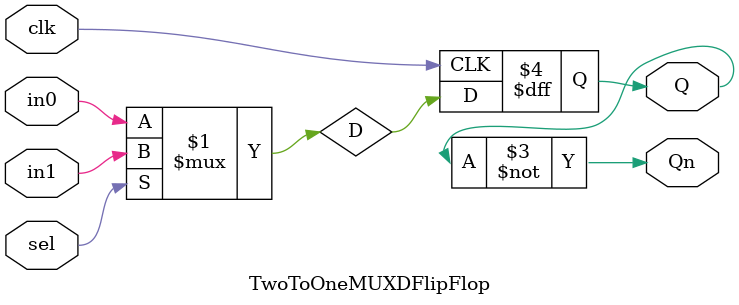
<source format=v>
module TwoToOneMUXDFlipFlop(
    input in0,
    input in1,
    input sel,
    input clk,
    output reg Q,
    output wire Qn
);
    wire D;
    assign D = sel ? in1 : in0; // Assign D to the output of the MUX if sel is high

    always @(posedge clk) begin
        Q <= D;
    end

    assign Qn = ~Q;
endmodule

</source>
